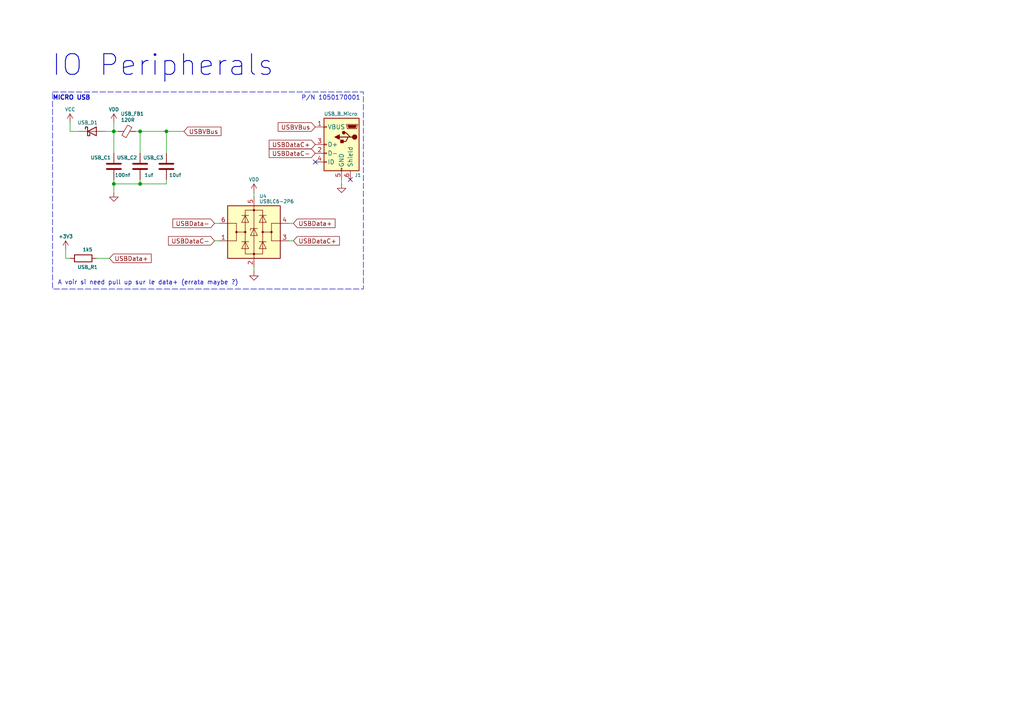
<source format=kicad_sch>
(kicad_sch (version 20231120) (generator "eeschema") (generator_version "8.0")
  (paper "A4")
  (lib_symbols
    (symbol "Connector:USB_B_Micro" (pin_names (offset 1.016))
      (property "Reference" "J3" (at 5.08 -8.89 0))
      (property "Value" "USB_B_Micro" (at 5.08 8.89 0))
      (symbol "USB_B_Micro_0_1"
        (rectangle (start -5.08 -7.62) (end 5.08 7.62) (stroke (width 0.254)) (fill (type background)))
        (circle (center -3.81 2.159) (radius 0.635) (stroke (width 0.254)) (fill (type outline)))
        (circle (center -0.635 3.429) (radius 0.381) (stroke (width 0.254)) (fill (type outline)))
        (rectangle (start -0.127 -7.62) (end 0.127 -6.858))
        (polyline (pts (xy -1.905 2.159) (xy 0.635 2.159)) (stroke (width 0.254)))
        (polyline (pts (xy -3.175 2.159) (xy -2.54 2.159) (xy -1.27 3.429) (xy -0.635 3.429)) (stroke (width 0.254)))
        (polyline (pts (xy -2.54 2.159) (xy -1.905 2.159) (xy -1.27 0.889) (xy 0 0.889)) (stroke (width 0.254)))
        (polyline (pts (xy 0.635 2.794) (xy 0.635 1.524) (xy 1.905 2.159) (xy 0.635 2.794)) (stroke (width 0.254)) (fill (type outline)))
        (polyline (pts (xy -4.318 5.588) (xy -1.778 5.588) (xy -2.032 4.826) (xy -4.064 4.826) (xy -4.318 5.588)) (fill (type outline)))
        (polyline (pts (xy -4.699 5.842) (xy -4.699 5.588) (xy -4.445 4.826) (xy -4.445 4.572) (xy -1.651 4.572) (xy -1.651 4.826) (xy -1.397 5.588) (xy -1.397 5.842) (xy -4.699 5.842)))
        (rectangle (start 0.254 1.27) (end -0.508 0.508) (stroke (width 0.254)) (fill (type outline)))
        (rectangle (start 5.08 -5.207) (end 4.318 -4.953))
        (rectangle (start 5.08 -2.667) (end 4.318 -2.413))
        (rectangle (start 5.08 -0.127) (end 4.318 0.127))
        (rectangle (start 5.08 4.953) (end 4.318 5.207))
      )
      (symbol "USB_B_Micro_1_1"
        (pin power_out line (at 7.62 5.08 180) (length 2.54) (name "VBUS") (number "1"))
        (pin bidirectional line (at 7.62 -2.54 180) (length 2.54) (name "D-") (number "2"))
        (pin bidirectional line (at 7.62 0 180) (length 2.54) (name "D+") (number "3"))
        (pin passive line (at 7.62 -5.08 180) (length 2.54) (name "ID") (number "4"))
        (pin power_in line (at 0 -10.16 90) (length 2.54) (name "GND") (number "5"))
        (pin passive line (at -2.54 -10.16 90) (length 2.54) (name "Shield") (number "6"))
      )
    )
    (symbol "Device:C" (pin_numbers hide) (pin_names (offset 0.254))
      (property "Reference" "C" (at 0.635 2.54 0))
      (property "Value" "C" (at 0.635 -2.54 0))
      (symbol "C_0_1"
        (polyline (pts (xy -2.032 -0.762) (xy 2.032 -0.762)) (stroke (width 0.508)))
        (polyline (pts (xy -2.032 0.762) (xy 2.032 0.762)) (stroke (width 0.508)))
      )
      (symbol "C_1_1"
        (pin passive line (at 0 3.81 270) (length 2.794) (name "~") (number "1"))
        (pin passive line (at 0 -3.81 90) (length 2.794) (name "~") (number "2"))
      )
    )
    (symbol "Device:D_Schottky" (pin_numbers hide) (pin_names (offset 1.016) hide)
      (property "Reference" "D" (at 0 2.54 0))
      (property "Value" "D_Schottky" (at 0 -2.54 0))
      (symbol "D_Schottky_0_1"
        (polyline (pts (xy 1.27 0) (xy -1.27 0)))
        (polyline (pts (xy 1.27 1.27) (xy 1.27 -1.27) (xy -1.27 0) (xy 1.27 1.27)) (stroke (width 0.254)))
        (polyline (pts (xy -1.905 0.635) (xy -1.905 1.27) (xy -1.27 1.27) (xy -1.27 -1.27) (xy -0.635 -1.27) (xy -0.635 -0.635)) (stroke (width 0.254)))
      )
      (symbol "D_Schottky_1_1"
        (pin passive line (at -3.81 0 0) (length 2.54) (name "K") (number "1"))
        (pin passive line (at 3.81 0 180) (length 2.54) (name "A") (number "2"))
      )
    )
    (symbol "Device:FerriteBead_Small" (pin_numbers hide) (pin_names (offset 0))
      (property "Reference" "FB" (at 1.905 1.27 0))
      (property "Value" "FerriteBead_Small" (at 1.905 -1.27 0))
      (symbol "FerriteBead_Small_0_1"
        (polyline (pts (xy 0 -1.27) (xy 0 -0.7874)))
        (polyline (pts (xy 0 0.889) (xy 0 1.2954)))
        (polyline (pts (xy -1.8288 0.2794) (xy -1.1176 1.4986) (xy 1.8288 -0.2032) (xy 1.1176 -1.4224) (xy -1.8288 0.2794)))
      )
      (symbol "FerriteBead_Small_1_1"
        (pin passive line (at 0 2.54 270) (length 1.27) (name "~") (number "1"))
        (pin passive line (at 0 -2.54 90) (length 1.27) (name "~") (number "2"))
      )
    )
    (symbol "Device:R" (pin_numbers hide) (pin_names (offset 0))
      (property "Reference" "R" (at 2.032 0 90))
      (property "Value" "R" (at 0 0 90))
      (symbol "R_0_1"
        (rectangle (start -1.016 -2.54) (end 1.016 2.54) (stroke (width 0.254)))
      )
      (symbol "R_1_1"
        (pin passive line (at 0 3.81 270) (length 1.27) (name "~") (number "1"))
        (pin passive line (at 0 -3.81 90) (length 1.27) (name "~") (number "2"))
      )
    )
    (symbol "Power_Protection:USBLC6-2P6" (pin_names hide)
      (property "Reference" "U" (at 2.54 8.89 0))
      (property "Value" "USBLC6-2P6" (at 2.54 -8.89 0))
      (symbol "USBLC6-2P6_0_1"
        (rectangle (start -7.62 -7.62) (end 7.62 7.62) (stroke (width 0.254)) (fill (type background)))
        (circle (center -5.08 0) (radius 0.254) (fill (type outline)))
        (circle (center -2.54 0) (radius 0.254) (fill (type outline)))
        (rectangle (start -2.54 6.35) (end 2.54 -6.35))
        (circle (center 0 -6.35) (radius 0.254) (fill (type outline)))
        (polyline (pts (xy -5.08 -2.54) (xy -7.62 -2.54)))
        (polyline (pts (xy -5.08 0) (xy -5.08 -2.54)))
        (polyline (pts (xy -5.08 2.54) (xy -7.62 2.54)))
        (polyline (pts (xy -1.524 -2.794) (xy -3.556 -2.794)))
        (polyline (pts (xy -1.524 4.826) (xy -3.556 4.826)))
        (polyline (pts (xy 0 -7.62) (xy 0 -6.35)))
        (polyline (pts (xy 0 -6.35) (xy 0 1.27)))
        (polyline (pts (xy 0 1.27) (xy 0 6.35)))
        (polyline (pts (xy 0 6.35) (xy 0 7.62)))
        (polyline (pts (xy 1.524 -2.794) (xy 3.556 -2.794)))
        (polyline (pts (xy 1.524 4.826) (xy 3.556 4.826)))
        (polyline (pts (xy 5.08 -2.54) (xy 7.62 -2.54)))
        (polyline (pts (xy 5.08 0) (xy 5.08 -2.54)))
        (polyline (pts (xy 5.08 2.54) (xy 7.62 2.54)))
        (polyline (pts (xy -2.54 0) (xy -5.08 0) (xy -5.08 2.54)))
        (polyline (pts (xy 2.54 0) (xy 5.08 0) (xy 5.08 2.54)))
        (polyline (pts (xy -3.556 -4.826) (xy -1.524 -4.826) (xy -2.54 -2.794) (xy -3.556 -4.826)))
        (polyline (pts (xy -3.556 2.794) (xy -1.524 2.794) (xy -2.54 4.826) (xy -3.556 2.794)))
        (polyline (pts (xy -1.016 -1.016) (xy 1.016 -1.016) (xy 0 1.016) (xy -1.016 -1.016)))
        (polyline (pts (xy 1.016 1.016) (xy 0.762 1.016) (xy -1.016 1.016) (xy -1.016 0.508)))
        (polyline (pts (xy 3.556 -4.826) (xy 1.524 -4.826) (xy 2.54 -2.794) (xy 3.556 -4.826)))
        (polyline (pts (xy 3.556 2.794) (xy 1.524 2.794) (xy 2.54 4.826) (xy 3.556 2.794)))
        (circle (center 0 6.35) (radius 0.254) (fill (type outline)))
        (circle (center 2.54 0) (radius 0.254) (fill (type outline)))
        (circle (center 5.08 0) (radius 0.254) (fill (type outline)))
      )
      (symbol "USBLC6-2P6_1_1"
        (pin passive line (at -10.16 -2.54 0) (length 2.54) (name "I/O1") (number "1"))
        (pin passive line (at 0 -10.16 90) (length 2.54) (name "GND") (number "2"))
        (pin passive line (at 10.16 -2.54 180) (length 2.54) (name "I/O2") (number "3"))
        (pin passive line (at 10.16 2.54 180) (length 2.54) (name "I/O2") (number "4"))
        (pin passive line (at 0 10.16 270) (length 2.54) (name "VBUS") (number "5"))
        (pin passive line (at -10.16 2.54 0) (length 2.54) (name "I/O1") (number "6"))
      )
    )
    (symbol "power:+3V3" (power) (pin_names (offset 0))
      (property "Value" "+3V3" (at 0 3.556 0))
      (symbol "+3V3_0_1"
        (polyline (pts (xy -0.762 1.27) (xy 0 2.54)))
        (polyline (pts (xy 0 0) (xy 0 2.54)))
        (polyline (pts (xy 0 2.54) (xy 0.762 1.27)))
      )
      (symbol "+3V3_1_1"
        (pin power_in line (at 0 0 90) (length 0) hide (name "+3V3") (number "1"))
      )
    )
    (symbol "power:GND" (power) (pin_names (offset 0))
      (property "Value" "GND" (at 0 -3.81 0))
      (symbol "GND_0_1"
        (polyline (pts (xy 0 0) (xy 0 -1.27) (xy 1.27 -1.27) (xy 0 -2.54) (xy -1.27 -1.27) (xy 0 -1.27)))
      )
      (symbol "GND_1_1"
        (pin power_in line (at 0 0 270) (length 0) hide (name "GND") (number "1"))
      )
    )
    (symbol "power:VCC" (power) (pin_names (offset 0))
      (property "Value" "VCC" (at 0 3.81 0))
      (symbol "VCC_0_1"
        (polyline (pts (xy -0.762 1.27) (xy 0 2.54)))
        (polyline (pts (xy 0 0) (xy 0 2.54)))
        (polyline (pts (xy 0 2.54) (xy 0.762 1.27)))
      )
      (symbol "VCC_1_1"
        (pin power_in line (at 0 0 90) (length 0) hide (name "VCC") (number "1"))
      )
    )
    (symbol "power:VDD" (power) (pin_names (offset 0))
      (property "Value" "VDD" (at 0 3.81 0))
      (symbol "VDD_0_1"
        (polyline (pts (xy -0.762 1.27) (xy 0 2.54)))
        (polyline (pts (xy 0 0) (xy 0 2.54)))
        (polyline (pts (xy 0 2.54) (xy 0.762 1.27)))
      )
      (symbol "VDD_1_1"
        (pin power_in line (at 0 0 90) (length 0) hide (name "VDD") (number "1"))
      )
    )
  )
  (junction (at 33.02 38.1))
  (junction (at 33.02 53.34))
  (junction (at 40.64 53.34))
  (junction (at 40.64 38.1))
  (junction (at 48.26 38.1))
  (no_connect (at 91.44 46.99))
  (no_connect (at 101.6 52.07))
  (wire (pts (xy 48.26 44.45) (xy 48.26 38.1)))
  (wire (pts (xy 83.82 69.85) (xy 85.09 69.85)))
  (wire (pts (xy 19.05 72.39) (xy 19.05 74.93)))
  (wire (pts (xy 48.26 52.07) (xy 48.26 53.34)))
  (wire (pts (xy 83.82 64.77) (xy 85.09 64.77)))
  (wire (pts (xy 33.02 35.56) (xy 33.02 38.1)))
  (wire (pts (xy 33.02 53.34) (xy 40.64 53.34)))
  (wire (pts (xy 31.75 74.93) (xy 27.94 74.93)))
  (wire (pts (xy 33.02 53.34) (xy 33.02 55.88)))
  (wire (pts (xy 33.02 38.1) (xy 33.02 44.45)))
  (wire (pts (xy 19.05 74.93) (xy 20.32 74.93)))
  (wire (pts (xy 39.37 38.1) (xy 40.64 38.1)))
  (wire (pts (xy 62.23 64.77) (xy 63.5 64.77)))
  (wire (pts (xy 33.02 52.07) (xy 33.02 53.34)))
  (wire (pts (xy 40.64 52.07) (xy 40.64 53.34)))
  (wire (pts (xy 40.64 44.45) (xy 40.64 38.1)))
  (wire (pts (xy 73.66 77.47) (xy 73.66 78.74)))
  (wire (pts (xy 22.86 38.1) (xy 20.32 38.1)))
  (wire (pts (xy 48.26 38.1) (xy 53.34 38.1)))
  (wire (pts (xy 73.66 55.88) (xy 73.66 57.15)))
  (wire (pts (xy 40.64 38.1) (xy 48.26 38.1)))
  (wire (pts (xy 99.06 52.07) (xy 99.06 53.34)))
  (wire (pts (xy 20.32 38.1) (xy 20.32 35.56)))
  (wire (pts (xy 62.23 69.85) (xy 63.5 69.85)))
  (wire (pts (xy 40.64 53.34) (xy 48.26 53.34)))
  (wire (pts (xy 30.48 38.1) (xy 33.02 38.1)))
  (wire (pts (xy 34.29 38.1) (xy 33.02 38.1)))
  (rectangle (start 15.24 26.67) (end 105.41 83.82) (stroke (width 0) (type dash)))
  (text "IO Peripherals" (at 47.244 19.05 0) (effects (font (size 6 6) (thickness 0.254) (bold yes))))
  (text "MICRO USB" (at 15.24 29.21 0) (effects (font (size 1.27 1.27) (thickness 0.254) (bold yes)) (justify left bottom)))
  (text "A voir si need pull up sur le data+ (errata maybe ?)" (at 42.926 82.042 0) (effects (font (size 1.27 1.27))))
  (text "P/N 1050170001" (at 87.376 29.21 0) (effects (font (size 1.27 1.27)) (justify left bottom)))
  (global_label "USBData+" (shape input) (at 31.75 74.93 0) (property "Intersheetrefs" "${INTERSHEET_REFS}" (effects (hide yes))))
  (global_label "USBDataC+" (shape input) (at 91.44 41.91 180) (property "Intersheetrefs" "${INTERSHEET_REFS}" (effects (hide yes))))
  (global_label "USBData+" (shape input) (at 85.09 64.77 0) (property "Intersheetrefs" "${INTERSHEET_REFS}" (effects (hide yes))))
  (global_label "USBData-" (shape input) (at 62.23 64.77 180) (property "Intersheetrefs" "${INTERSHEET_REFS}" (effects (hide yes))))
  (global_label "USBDataC+" (shape input) (at 85.09 69.85 0) (property "Intersheetrefs" "${INTERSHEET_REFS}" (effects (hide yes))))
  (global_label "USBVBus" (shape input) (at 53.34 38.1 0) (property "Intersheetrefs" "${INTERSHEET_REFS}" (effects (hide yes))))
  (global_label "USBDataC-" (shape input) (at 62.23 69.85 180) (property "Intersheetrefs" "${INTERSHEET_REFS}" (effects (hide yes))))
  (global_label "USBVBus" (shape input) (at 91.44 36.83 180) (property "Intersheetrefs" "${INTERSHEET_REFS}" (effects (hide yes))))
  (global_label "USBDataC-" (shape input) (at 91.44 44.45 180) (property "Intersheetrefs" "${INTERSHEET_REFS}" (effects (hide yes))))
  (symbol (lib_id "Device:R") (at 24.13 74.93 270) (unit 1)
    (property "Reference" "USB_R1" (at 25.4 77.47 90) (effects (font (size 1 1))))
    (property "Value" "1k5" (at 25.4 72.39 90) (effects (font (size 1 1))))
    (property "Footprint" "Resistor_SMD:R_0805_2012Metric" (effects (hide yes)))
  )
  (symbol (lib_id "power:+3V3") (at 19.05 72.39 0) (unit 1)
    (property "Reference" "#PWR038" (effects (hide yes)))
    (property "Value" "+3V3" (at 19.05 68.58 0) (effects (font (size 1 1))))
  )
  (symbol (lib_id "power:VCC") (at 20.32 35.56 0) (unit 1)
    (property "Reference" "#PWR037" (effects (hide yes)))
    (property "Value" "VCC" (at 20.32 31.75 0) (effects (font (size 1 1))))
  )
  (symbol (lib_id "Device:C") (at 40.64 48.26 180) (unit 1)
    (property "Reference" "USB_C2" (at 36.83 45.72 0) (effects (font (size 1 1))))
    (property "Value" "1uf" (at 43.18 50.8 0) (effects (font (size 1 1))))
    (property "Footprint" "Capacitor_SMD:C_0805_2012Metric" (effects (hide yes)))
  )
  (symbol (lib_id "power:VDD") (at 33.02 35.56 0) (unit 1)
    (property "Reference" "#PWR039" (effects (hide yes)))
    (property "Value" "VDD" (at 33.02 31.75 0) (effects (font (size 1 1))))
  )
  (symbol (lib_id "Power_Protection:USBLC6-2P6") (at 73.66 67.31 0) (unit 1)
    (property "Reference" "U4" (at 75.184 56.896 0) (effects (font (size 1 1)) (justify left)))
    (property "Value" "USBLC6-2P6" (at 75.184 58.42 0) (effects (font (size 1 1)) (justify left)))
    (property "Footprint" "Package_TO_SOT_SMD:SOT-666" (effects (hide yes)))
    (property "Datasheet" "https://www.st.com/resource/en/datasheet/usblc6-2.pdf" (effects (hide yes)))
  )
  (symbol (lib_id "Connector:USB_B_Micro") (at 99.06 41.91 0) (mirror y) (unit 1)
    (property "Reference" "J1" (at 102.87 50.8 0) (effects (font (size 1 1)) (justify right)))
    (property "Value" "USB_B_Micro" (at 93.98 33.02 0) (effects (font (size 1 1)) (justify right)))
    (property "Footprint" "Connector_USB:USB_Micro-B_Molex-105017-0001" (effects (hide yes)))
  )
  (symbol (lib_id "Device:C") (at 33.02 48.26 180) (unit 1)
    (property "Reference" "USB_C1" (at 29.21 45.72 0) (effects (font (size 1 1))))
    (property "Value" "100nf" (at 35.56 50.8 0) (effects (font (size 1 1))))
    (property "Footprint" "Capacitor_SMD:C_0805_2012Metric" (effects (hide yes)))
  )
  (symbol (lib_id "Device:D_Schottky") (at 26.67 38.1 0) (unit 1)
    (property "Reference" "USB_D1" (at 25.4 35.56 0) (effects (font (size 1 1))))
    (property "Value" "B260A-13-F" (effects (hide yes)))
    (property "Footprint" "Diode_SMD:D_SOD-123" (effects (hide yes)))
  )
  (symbol (lib_id "Device:FerriteBead_Small") (at 36.83 38.1 90) (unit 1)
    (property "Reference" "USB_FB1" (at 38.354 33.02 90) (effects (font (size 1 1))))
    (property "Value" "120R" (at 37.084 34.798 90) (effects (font (size 1 1))))
    (property "Footprint" "Inductor_SMD:L_0805_2012Metric" (effects (hide yes)))
  )
  (symbol (lib_id "Device:C") (at 48.26 48.26 180) (unit 1)
    (property "Reference" "USB_C3" (at 44.45 45.72 0) (effects (font (size 1 1))))
    (property "Value" "10uf" (at 50.8 50.8 0) (effects (font (size 1 1))))
    (property "Footprint" "Capacitor_SMD:C_0805_2012Metric" (effects (hide yes)))
  )
  (symbol (lib_id "power:GND") (at 73.66 78.74 0) (unit 1)
    (property "Reference" "#PWR042" (effects (hide yes)))
    (property "Value" "GND" (effects (hide yes)))
  )
  (symbol (lib_id "power:GND") (at 99.06 53.34 0) (unit 1)
    (property "Reference" "#PWR043" (effects (hide yes)))
    (property "Value" "GND" (effects (hide yes)))
  )
  (symbol (lib_id "power:GND") (at 33.02 55.88 0) (unit 1)
    (property "Reference" "#PWR040" (effects (hide yes)))
    (property "Value" "GND" (effects (hide yes)))
  )
  (symbol (lib_id "power:VDD") (at 73.66 55.88 0) (unit 1)
    (property "Reference" "#PWR041" (effects (hide yes)))
    (property "Value" "VDD" (at 73.66 52.07 0) (effects (font (size 1 1))))
  )
)
</source>
